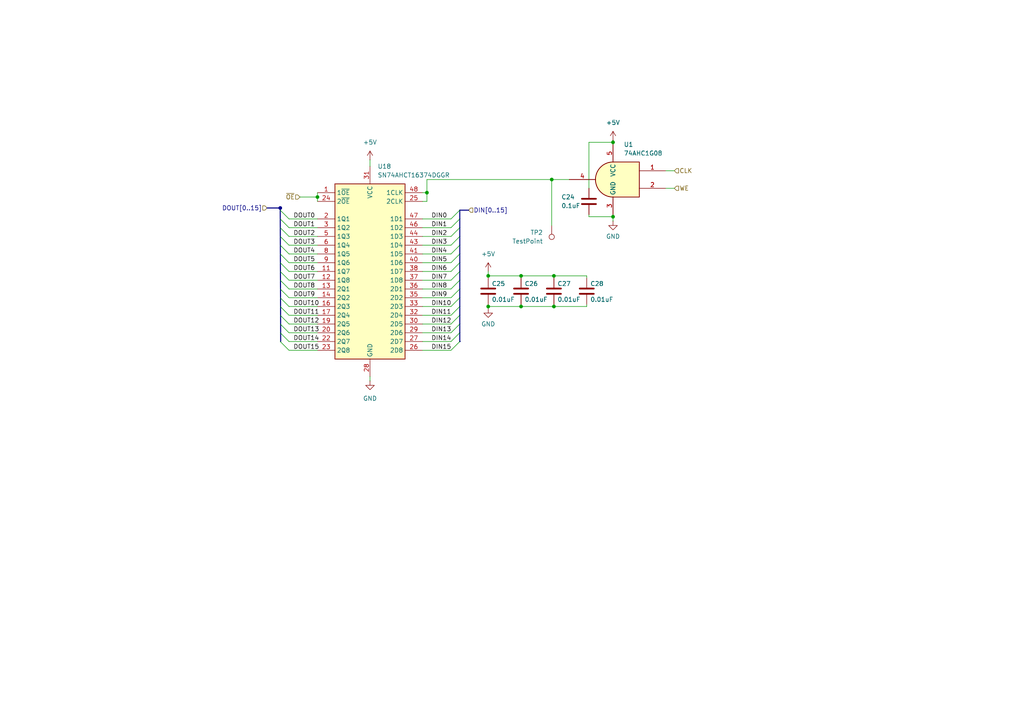
<source format=kicad_sch>
(kicad_sch (version 20250114) (generator "eeschema") (generator_version "9.0")
  (paper "A4")
  (title_block (title "16-bit Register") (rev "V1.1") (comment 1 "Designed to be used as a drop-in replacement to 4 74LS173 ICs used together"))
  (lib_symbols
    (symbol "74FCT16374CTPVG:74FCT16374CTPVG"
      (property "Reference" "IC" (at 17.018 7.366 0))
      (property "Value" "74FCT16374CTPVG" (at 17.018 4.826 0))
      (symbol "74FCT16374CTPVG_1_1"
        (rectangle (start 5.08 2.54) (end 25.4 -48.26) (stroke (width 0.254)) (fill (type background)))
        (pin passive line (at 0 0 0) (length 5.08) (name "1~{OE}") (number "1"))
        (pin passive line (at 0 -2.54 0) (length 5.08) (name "2~{OE}") (number "24"))
        (pin passive line (at 0 -7.62 0) (length 5.08) (name "1Q1") (number "2"))
        (pin passive line (at 0 -10.16 0) (length 5.08) (name "1Q2") (number "3"))
        (pin passive line (at 0 -12.7 0) (length 5.08) (name "1Q3") (number "5"))
        (pin passive line (at 0 -15.24 0) (length 5.08) (name "1Q4") (number "6"))
        (pin passive line (at 0 -17.78 0) (length 5.08) (name "1Q5") (number "8"))
        (pin passive line (at 0 -20.32 0) (length 5.08) (name "1Q6") (number "9"))
        (pin passive line (at 0 -22.86 0) (length 5.08) (name "1Q7") (number "11"))
        (pin passive line (at 0 -25.4 0) (length 5.08) (name "1Q8") (number "12"))
        (pin passive line (at 0 -27.94 0) (length 5.08) (name "2Q1") (number "13"))
        (pin passive line (at 0 -30.48 0) (length 5.08) (name "2Q2") (number "14"))
        (pin passive line (at 0 -33.02 0) (length 5.08) (name "2Q3") (number "16"))
        (pin passive line (at 0 -35.56 0) (length 5.08) (name "2Q4") (number "17"))
        (pin passive line (at 0 -38.1 0) (length 5.08) (name "2Q5") (number "19"))
        (pin passive line (at 0 -40.64 0) (length 5.08) (name "2Q6") (number "20"))
        (pin passive line (at 0 -43.18 0) (length 5.08) (name "2Q7") (number "22"))
        (pin passive line (at 0 -45.72 0) (length 5.08) (name "2Q8") (number "23"))
        (pin passive line (at 15.24 7.62 270) (length 5.08) (hide yes) (name "VCC_2") (number "18"))
        (pin passive line (at 15.24 7.62 270) (length 5.08) (name "VCC") (number "31"))
        (pin passive line (at 15.24 7.62 270) (length 5.08) (hide yes) (name "VCC_4") (number "42"))
        (pin passive line (at 15.24 7.62 270) (length 5.08) (hide yes) (name "VCC_1") (number "7"))
        (pin passive line (at 15.24 -53.34 90) (length 5.08) (hide yes) (name "GND_2") (number "10"))
        (pin passive line (at 15.24 -53.34 90) (length 5.08) (hide yes) (name "GND_3") (number "15"))
        (pin passive line (at 15.24 -53.34 90) (length 5.08) (hide yes) (name "GND_4") (number "21"))
        (pin passive line (at 15.24 -53.34 90) (length 5.08) (name "GND") (number "28"))
        (pin passive line (at 15.24 -53.34 90) (length 5.08) (hide yes) (name "GND_6") (number "34"))
        (pin passive line (at 15.24 -53.34 90) (length 5.08) (hide yes) (name "GND_7") (number "39"))
        (pin passive line (at 15.24 -53.34 90) (length 5.08) (hide yes) (name "GND_1") (number "4"))
        (pin passive line (at 15.24 -53.34 90) (length 5.08) (hide yes) (name "GND_8") (number "45"))
        (pin passive line (at 30.48 0 180) (length 5.08) (name "1CLK") (number "48"))
        (pin passive line (at 30.48 -2.54 180) (length 5.08) (name "2CLK") (number "25"))
        (pin passive line (at 30.48 -7.62 180) (length 5.08) (name "1D1") (number "47"))
        (pin passive line (at 30.48 -10.16 180) (length 5.08) (name "1D2") (number "46"))
        (pin passive line (at 30.48 -12.7 180) (length 5.08) (name "1D3") (number "44"))
        (pin passive line (at 30.48 -15.24 180) (length 5.08) (name "1D4") (number "43"))
        (pin passive line (at 30.48 -17.78 180) (length 5.08) (name "1D5") (number "41"))
        (pin passive line (at 30.48 -20.32 180) (length 5.08) (name "1D6") (number "40"))
        (pin passive line (at 30.48 -22.86 180) (length 5.08) (name "1D7") (number "38"))
        (pin passive line (at 30.48 -25.4 180) (length 5.08) (name "1D8") (number "37"))
        (pin passive line (at 30.48 -27.94 180) (length 5.08) (name "2D1") (number "36"))
        (pin passive line (at 30.48 -30.48 180) (length 5.08) (name "2D2") (number "35"))
        (pin passive line (at 30.48 -33.02 180) (length 5.08) (name "2D3") (number "33"))
        (pin passive line (at 30.48 -35.56 180) (length 5.08) (name "2D4") (number "32"))
        (pin passive line (at 30.48 -38.1 180) (length 5.08) (name "2D5") (number "30"))
        (pin passive line (at 30.48 -40.64 180) (length 5.08) (name "2D6") (number "29"))
        (pin passive line (at 30.48 -43.18 180) (length 5.08) (name "2D7") (number "27"))
        (pin passive line (at 30.48 -45.72 180) (length 5.08) (name "2D8") (number "26"))
      )
    )
    (symbol "74xGxx:74AHC1G08"
      (property "Reference" "U" (at -2.54 3.81 0))
      (property "Value" "74AHC1G08" (at 0 -3.81 0))
      (symbol "74AHC1G08_0_1"
        (arc (start 0 5.08) (mid 5.0579 0) (end 0 -5.08) (stroke (width 0.254)) (fill (type background)))
        (polyline (pts (xy 0 -5.08) (xy -7.62 -5.08) (xy -7.62 5.08) (xy 0 5.08)) (stroke (width 0.254)) (fill (type background)))
      )
      (symbol "74AHC1G08_1_1"
        (pin input line (at -15.24 2.54 0) (length 7.62) (name "~") (number "1"))
        (pin input line (at -15.24 -2.54 0) (length 7.62) (name "~") (number "2"))
        (pin power_in line (at 0 10.16 270) (length 5.08) (name "VCC") (number "5"))
        (pin power_in line (at 0 -10.16 90) (length 5.08) (name "GND") (number "3"))
        (pin output line (at 12.7 0 180) (length 7.62) (name "~") (number "4"))
      )
    )
    (symbol "Connector:TestPoint" (pin_numbers (hide yes)) (pin_names (offset 0.762) (hide yes))
      (property "Reference" "TP" (at 0 6.858 0))
      (property "Value" "TestPoint" (at 0 5.08 0))
      (symbol "TestPoint_0_1"
        (circle (center 0 3.302) (radius 0.762))
      )
      (symbol "TestPoint_1_1"
        (pin passive line (at 0 0 90) (length 2.54) (name "1") (number "1"))
      )
    )
    (symbol "Device:C" (pin_numbers (hide yes)) (pin_names (offset 0.254))
      (property "Reference" "C" (at 0.635 2.54 0))
      (property "Value" "C" (at 0.635 -2.54 0))
      (symbol "C_0_1"
        (polyline (pts (xy -2.032 0.762) (xy 2.032 0.762)) (stroke (width 0.508)))
        (polyline (pts (xy -2.032 -0.762) (xy 2.032 -0.762)) (stroke (width 0.508)))
      )
      (symbol "C_1_1"
        (pin passive line (at 0 3.81 270) (length 2.794) (name "~") (number "1"))
        (pin passive line (at 0 -3.81 90) (length 2.794) (name "~") (number "2"))
      )
    )
    (symbol "power:+5V" (power) (pin_numbers (hide yes)) (pin_names (offset 0) (hide yes))
      (property "Value" "+5V" (at 0 3.556 0))
      (symbol "+5V_0_1"
        (polyline (pts (xy -0.762 1.27) (xy 0 2.54)))
        (polyline (pts (xy 0 2.54) (xy 0.762 1.27)))
        (polyline (pts (xy 0 0) (xy 0 2.54)))
      )
      (symbol "+5V_1_1"
        (pin power_in line (at 0 0 90) (length 0) (name "~") (number "1"))
      )
    )
    (symbol "power:GND" (power) (pin_numbers (hide yes)) (pin_names (offset 0) (hide yes))
      (property "Value" "GND" (at 0 -3.81 0))
      (symbol "GND_0_1"
        (polyline (pts (xy 0 0) (xy 0 -1.27) (xy 1.27 -1.27) (xy 0 -2.54) (xy -1.27 -1.27) (xy 0 -1.27)))
      )
      (symbol "GND_1_1"
        (pin power_in line (at 0 0 270) (length 0) (name "~") (number "1"))
      )
    )
  )
  (junction (at 160.655 88.9))
  (junction (at 177.8 62.865))
  (junction (at 123.825 55.88))
  (junction (at 160.655 80.01))
  (junction (at 160.02 52.07))
  (junction (at 141.605 80.01))
  (junction (at 81.28 60.325))
  (junction (at 177.8 41.275))
  (junction (at 141.605 88.9))
  (junction (at 151.13 80.01))
  (junction (at 151.13 88.9))
  (junction (at 92.075 57.15))
  (bus_entry (at 133.35 99.06) (size -2.54 2.54))
  (bus_entry (at 81.28 76.2) (size 2.54 2.54))
  (bus_entry (at 133.35 68.58) (size -2.54 2.54))
  (bus_entry (at 81.28 73.66) (size 2.54 2.54))
  (bus_entry (at 81.28 60.96) (size 2.54 2.54))
  (bus_entry (at 133.35 71.12) (size -2.54 2.54))
  (bus_entry (at 81.28 96.52) (size 2.54 2.54))
  (bus_entry (at 81.28 63.5) (size 2.54 2.54))
  (bus_entry (at 133.35 73.66) (size -2.54 2.54))
  (bus_entry (at 133.35 91.44) (size -2.54 2.54))
  (bus_entry (at 81.28 88.9) (size 2.54 2.54))
  (bus_entry (at 81.28 91.44) (size 2.54 2.54))
  (bus_entry (at 133.35 96.52) (size -2.54 2.54))
  (bus_entry (at 81.28 68.58) (size 2.54 2.54))
  (bus_entry (at 133.35 81.28) (size -2.54 2.54))
  (bus_entry (at 81.28 71.12) (size 2.54 2.54))
  (bus_entry (at 133.35 78.74) (size -2.54 2.54))
  (bus_entry (at 133.35 66.04) (size -2.54 2.54))
  (bus_entry (at 133.35 86.36) (size -2.54 2.54))
  (bus_entry (at 81.28 78.74) (size 2.54 2.54))
  (bus_entry (at 81.28 81.28) (size 2.54 2.54))
  (bus_entry (at 133.35 63.5) (size -2.54 2.54))
  (bus_entry (at 133.35 60.96) (size -2.54 2.54))
  (bus_entry (at 133.35 93.98) (size -2.54 2.54))
  (bus_entry (at 133.35 83.82) (size -2.54 2.54))
  (bus_entry (at 133.35 76.2) (size -2.54 2.54))
  (bus_entry (at 133.35 88.9) (size -2.54 2.54))
  (bus_entry (at 81.28 93.98) (size 2.54 2.54))
  (bus_entry (at 81.28 99.06) (size 2.54 2.54))
  (bus_entry (at 81.28 66.04) (size 2.54 2.54))
  (bus_entry (at 81.28 83.82) (size 2.54 2.54))
  (bus_entry (at 81.28 86.36) (size 2.54 2.54))
  (wire (pts (xy 122.555 86.36) (xy 130.81 86.36)))
  (bus (pts (xy 81.28 60.325) (xy 81.407 99.06)))
  (wire (pts (xy 151.13 88.9) (xy 160.655 88.9)))
  (wire (pts (xy 122.555 96.52) (xy 130.81 96.52)))
  (wire (pts (xy 177.8 62.865) (xy 170.815 62.865)))
  (bus (pts (xy 133.35 83.82) (xy 133.35 86.36)))
  (bus (pts (xy 133.35 96.52) (xy 133.35 99.06)))
  (wire (pts (xy 195.58 49.53) (xy 193.04 49.53)))
  (wire (pts (xy 122.555 78.74) (xy 130.81 78.74)))
  (wire (pts (xy 141.605 88.265) (xy 141.605 88.9)))
  (wire (pts (xy 83.82 99.06) (xy 92.075 99.06)))
  (wire (pts (xy 160.655 88.9) (xy 170.18 88.9)))
  (wire (pts (xy 107.315 46.355) (xy 107.315 48.26)))
  (bus (pts (xy 133.35 78.74) (xy 133.35 81.28)))
  (bus (pts (xy 77.47 60.325) (xy 81.28 60.325)))
  (wire (pts (xy 160.655 80.01) (xy 170.18 80.01)))
  (wire (pts (xy 92.075 57.15) (xy 86.995 57.15)))
  (bus (pts (xy 133.35 91.44) (xy 133.35 93.98)))
  (wire (pts (xy 141.605 80.01) (xy 151.13 80.01)))
  (wire (pts (xy 160.02 52.07) (xy 160.02 65.405)))
  (bus (pts (xy 133.35 99.06) (xy 133.477 99.06)))
  (wire (pts (xy 92.075 57.15) (xy 92.075 58.42)))
  (wire (pts (xy 177.8 41.275) (xy 177.8 41.91)))
  (wire (pts (xy 83.82 93.98) (xy 92.075 93.98)))
  (wire (pts (xy 122.555 73.66) (xy 130.81 73.66)))
  (wire (pts (xy 83.82 71.12) (xy 92.075 71.12)))
  (bus (pts (xy 81.407 60.325) (xy 81.28 60.325)))
  (wire (pts (xy 83.82 63.5) (xy 92.075 63.5)))
  (wire (pts (xy 122.555 101.6) (xy 130.81 101.6)))
  (wire (pts (xy 177.8 40.64) (xy 177.8 41.275)))
  (wire (pts (xy 122.555 99.06) (xy 130.81 99.06)))
  (wire (pts (xy 141.605 78.74) (xy 141.605 80.01)))
  (wire (pts (xy 83.82 96.52) (xy 92.075 96.52)))
  (wire (pts (xy 151.13 80.01) (xy 151.13 80.645)))
  (wire (pts (xy 83.82 86.36) (xy 92.075 86.36)))
  (wire (pts (xy 160.02 52.07) (xy 123.825 52.07)))
  (wire (pts (xy 83.82 66.04) (xy 92.075 66.04)))
  (wire (pts (xy 122.555 68.58) (xy 130.81 68.58)))
  (wire (pts (xy 83.82 91.44) (xy 92.075 91.44)))
  (wire (pts (xy 83.82 81.28) (xy 92.075 81.28)))
  (wire (pts (xy 160.655 80.01) (xy 160.655 80.645)))
  (wire (pts (xy 123.825 55.88) (xy 122.555 55.88)))
  (wire (pts (xy 122.555 63.5) (xy 130.81 63.5)))
  (wire (pts (xy 122.555 91.44) (xy 130.81 91.44)))
  (wire (pts (xy 122.555 71.12) (xy 130.81 71.12)))
  (wire (pts (xy 122.555 88.9) (xy 130.81 88.9)))
  (bus (pts (xy 133.35 88.9) (xy 133.35 91.44)))
  (wire (pts (xy 141.605 88.9) (xy 141.605 89.535)))
  (wire (pts (xy 122.555 93.98) (xy 130.81 93.98)))
  (bus (pts (xy 133.35 86.36) (xy 133.35 88.9)))
  (wire (pts (xy 151.13 80.01) (xy 160.655 80.01)))
  (bus (pts (xy 133.35 71.12) (xy 133.35 73.66)))
  (wire (pts (xy 83.82 83.82) (xy 92.075 83.82)))
  (wire (pts (xy 107.315 109.22) (xy 107.315 110.49)))
  (bus (pts (xy 135.89 60.96) (xy 133.35 60.96)))
  (bus (pts (xy 133.35 60.96) (xy 133.35 63.5)))
  (wire (pts (xy 165.1 52.07) (xy 160.02 52.07)))
  (wire (pts (xy 83.82 76.2) (xy 92.075 76.2)))
  (bus (pts (xy 133.35 93.98) (xy 133.35 96.52)))
  (wire (pts (xy 83.82 68.58) (xy 92.075 68.58)))
  (wire (pts (xy 195.58 54.61) (xy 193.04 54.61)))
  (wire (pts (xy 83.82 78.74) (xy 92.075 78.74)))
  (wire (pts (xy 170.815 41.275) (xy 170.815 54.61)))
  (wire (pts (xy 122.555 81.28) (xy 130.81 81.28)))
  (wire (pts (xy 92.075 55.88) (xy 92.075 57.15)))
  (wire (pts (xy 83.82 88.9) (xy 92.075 88.9)))
  (wire (pts (xy 177.8 41.275) (xy 170.815 41.275)))
  (wire (pts (xy 170.815 62.865) (xy 170.815 62.23)))
  (wire (pts (xy 83.82 73.66) (xy 92.075 73.66)))
  (bus (pts (xy 133.35 81.28) (xy 133.35 83.82)))
  (wire (pts (xy 160.655 88.9) (xy 160.655 88.265)))
  (wire (pts (xy 170.18 88.9) (xy 170.18 88.265)))
  (bus (pts (xy 133.35 68.58) (xy 133.35 71.12)))
  (wire (pts (xy 141.605 80.01) (xy 141.605 80.645)))
  (wire (pts (xy 151.13 88.9) (xy 151.13 88.265)))
  (bus (pts (xy 133.35 73.66) (xy 133.35 76.2)))
  (bus (pts (xy 133.35 63.5) (xy 133.35 66.04)))
  (wire (pts (xy 83.82 101.6) (xy 92.075 101.6)))
  (wire (pts (xy 141.605 88.9) (xy 151.13 88.9)))
  (wire (pts (xy 177.8 62.865) (xy 177.8 64.135)))
  (bus (pts (xy 133.35 66.04) (xy 133.35 68.58)))
  (wire (pts (xy 122.555 66.04) (xy 130.81 66.04)))
  (wire (pts (xy 122.555 83.82) (xy 130.81 83.82)))
  (wire (pts (xy 122.555 76.2) (xy 130.81 76.2)))
  (wire (pts (xy 177.8 62.23) (xy 177.8 62.865)))
  (wire (pts (xy 123.825 52.07) (xy 123.825 55.88)))
  (wire (pts (xy 122.555 58.42) (xy 123.825 58.42)))
  (wire (pts (xy 123.825 55.88) (xy 123.825 58.42)))
  (wire (pts (xy 170.18 80.01) (xy 170.18 80.645)))
  (bus (pts (xy 133.35 76.2) (xy 133.35 78.74)))
  (label "DOUT6" (at 85.09 78.74 0))
  (label "DIN9" (at 125.095 86.36 0))
  (label "DIN14" (at 125.095 99.06 0))
  (label "DIN5" (at 125.095 76.2 0))
  (label "DOUT15" (at 85.09 101.6 0))
  (label "DIN15" (at 125.095 101.6 0))
  (label "DIN1" (at 125.095 66.04 0))
  (label "DOUT11" (at 85.09 91.44 0))
  (label "DOUT9" (at 85.09 86.36 0))
  (label "DIN2" (at 125.095 68.58 0))
  (label "DOUT14" (at 85.09 99.06 0))
  (label "DOUT12" (at 85.09 93.98 0))
  (label "DIN7" (at 125.095 81.28 0))
  (label "DIN13" (at 125.095 96.52 0))
  (label "DOUT3" (at 85.09 71.12 0))
  (label "DOUT10" (at 85.09 88.9 0))
  (label "DIN6" (at 125.095 78.74 0))
  (label "DOUT4" (at 85.09 73.66 0))
  (label "DIN0" (at 125.095 63.5 0))
  (label "DIN8" (at 125.095 83.82 0))
  (label "DIN3" (at 125.095 71.12 0))
  (label "DOUT5" (at 85.09 76.2 0))
  (label "DOUT2" (at 85.09 68.58 0))
  (label "DOUT13" (at 85.09 96.52 0))
  (label "DIN12" (at 125.095 93.98 0))
  (label "DOUT7" (at 85.09 81.28 0))
  (label "DIN4" (at 125.095 73.66 0))
  (label "DOUT0" (at 85.09 63.5 0))
  (label "DOUT8" (at 85.09 83.82 0))
  (label "DIN11" (at 125.095 91.44 0))
  (label "DOUT1" (at 85.09 66.04 0))
  (label "DIN10" (at 125.095 88.9 0))
  (hierarchical_label "~{OE}" (shape input) (at 86.995 57.15 180))
  (hierarchical_label "DIN[0..15]" (shape input) (at 135.89 60.96 0))
  (hierarchical_label "CLK" (shape input) (at 195.58 49.53 0))
  (hierarchical_label "WE" (shape input) (at 195.58 54.61 0))
  (hierarchical_label "DOUT[0..15]" (shape input) (at 77.47 60.325 180))
  (symbol (lib_id "power:GND") (at 141.605 89.535 0) (unit 1)
    (property "Reference" "#PWR011" (effects (hide yes)))
    (property "Value" "GND" (at 141.605 93.98 0))
    (property "Description" "Power symbol creates a global label with name \"GND\" , ground" (effects (hide yes)))
    (instances (project "ALU" (path "" (reference "#PWR039") (unit 1)) (path "" (reference "#PWR011") (unit 1))))
  )
  (symbol (lib_id "power:GND") (at 107.315 110.49 0) (unit 1)
    (property "Reference" "#PWR040" (effects (hide yes)))
    (property "Value" "GND" (at 107.315 115.57 0))
    (property "Description" "Power symbol creates a global label with name \"GND\" , ground" (effects (hide yes)))
    (instances (project "" (path "" (reference "#PWR041") (unit 1)) (path "" (reference "#PWR040") (unit 1))) (project "" (path "" (reference "#PWR041") (unit 1))))
  )
  (symbol (lib_id "Device:C") (at 160.655 84.455 0) (unit 1)
    (property "Reference" "C4" (at 161.671 82.296 0) (effects (justify left)))
    (property "Value" "0.01uF" (at 161.671 86.868 0) (effects (justify left)))
    (property "Footprint" "Capacitor_SMD:C_0603_1608Metric" (effects (hide yes)))
    (property "Description" "Unpolarized capacitor" (effects (hide yes)))
    (instances (project "ALU" (path "" (reference "C27") (unit 1)) (path "" (reference "C4") (unit 1))))
  )
  (symbol (lib_id "Device:C") (at 141.605 84.455 0) (unit 1)
    (property "Reference" "C2" (at 142.621 82.296 0) (effects (justify left)))
    (property "Value" "0.01uF" (at 142.621 86.868 0) (effects (justify left)))
    (property "Footprint" "Capacitor_SMD:C_0603_1608Metric" (effects (hide yes)))
    (property "Description" "Unpolarized capacitor" (effects (hide yes)))
    (instances (project "ALU" (path "" (reference "C25") (unit 1)) (path "" (reference "C2") (unit 1))))
  )
  (symbol (lib_id "74FCT16374CTPVG:74FCT16374CTPVG") (at 92.075 55.88 0) (unit 1)
    (property "Reference" "U2" (at 109.5091 48.26 0) (effects (justify left)))
    (property "Value" "SN74AHCT16374DGGR" (at 109.5091 50.8 0) (effects (justify left)))
    (property "Footprint" "Package_SO:TSSOP-48_6.1x12.5mm_P0.5mm" (effects (hide yes)))
    (property "Datasheet" "https://componentsearchengine.com/Datasheets/1/74FCT16374CTPVG.pdf" (effects (hide yes)))
    (property "Description" "The 74FCT16374T 16-bit high-speed, low-power edge-triggered D-type register is ideal for use as buffer registers for data synchronization and storage and can operate as two 8-bit registers or one 16-bit register with common clock. The 74FCT16374T is ideally suited for driving high-capacitance loads and low-impedance backplanes. The 74FCT16374T operates at -40C to +85C" (effects (hide yes)))
    (property "Height" "2.794" (effects (hide yes)))
    (property "Mouser Part Number" "972-74FCT16374CTPVG" (effects (hide yes)))
    (property "Mouser Price/Stock" "https://www.mouser.com/Search/Refine.aspx?Keyword=972-74FCT16374CTPVG" (effects (hide yes)))
    (property "Manufacturer_Name" "Renesas Electronics" (effects (hide yes)))
    (property "Manufacturer_Part_Number" "74FCT16374CTPVG" (effects (hide yes)))
    (instances (project "" (path "" (reference "U18") (unit 1)) (path "" (reference "U2") (unit 1))) (project "" (path "" (reference "U18") (unit 1))))
  )
  (symbol (lib_id "Device:C") (at 170.815 58.42 0) (mirror y) (unit 1)
    (property "Reference" "C1" (at 162.814 57.15 0) (effects (justify right)))
    (property "Value" "0.1uF" (at 162.814 59.69 0) (effects (justify right)))
    (property "Footprint" "Capacitor_SMD:C_0603_1608Metric" (effects (hide yes)))
    (property "Description" "Unpolarized capacitor" (effects (hide yes)))
    (instances (project "ALU" (path "" (reference "C24") (unit 1)) (path "" (reference "C1") (unit 1))))
  )
  (symbol (lib_id "Device:C") (at 170.18 84.455 0) (unit 1)
    (property "Reference" "C5" (at 171.196 82.296 0) (effects (justify left)))
    (property "Value" "0.01uF" (at 171.196 86.868 0) (effects (justify left)))
    (property "Footprint" "Capacitor_SMD:C_0603_1608Metric" (effects (hide yes)))
    (property "Description" "Unpolarized capacitor" (effects (hide yes)))
    (instances (project "ALU" (path "" (reference "C28") (unit 1)) (path "" (reference "C5") (unit 1))))
  )
  (symbol (lib_id "Connector:TestPoint") (at 160.02 65.405 0) (mirror x) (unit 1)
    (property "Reference" "TP1" (at 157.48 67.4369 0) (effects (justify right)))
    (property "Value" "TestPoint" (at 157.48 69.9769 0) (effects (justify right)))
    (property "Footprint" "TestPoint:TestPoint_Pad_D1.0mm" (effects (hide yes)))
    (property "Description" "test point" (effects (hide yes)))
    (instances (project "ALU" (path "" (reference "TP2") (unit 1)) (path "" (reference "TP1") (unit 1))))
  )
  (symbol (lib_id "power:+5V") (at 107.315 46.355 0) (unit 1)
    (property "Reference" "#PWR036" (effects (hide yes)))
    (property "Value" "+5V" (at 107.315 41.275 0))
    (property "Description" "Power symbol creates a global label with name \"+5V\"" (effects (hide yes)))
    (instances (project "ALU" (path "" (reference "#PWR037") (unit 1)) (path "" (reference "#PWR036") (unit 1))))
  )
  (symbol (lib_id "Device:C") (at 151.13 84.455 0) (unit 1)
    (property "Reference" "C3" (at 152.146 82.296 0) (effects (justify left)))
    (property "Value" "0.01uF" (at 152.146 86.868 0) (effects (justify left)))
    (property "Footprint" "Capacitor_SMD:C_0603_1608Metric" (effects (hide yes)))
    (property "Description" "Unpolarized capacitor" (effects (hide yes)))
    (instances (project "ALU" (path "" (reference "C26") (unit 1)) (path "" (reference "C3") (unit 1))))
  )
  (symbol (lib_id "power:+5V") (at 177.8 40.64 0) (mirror y) (unit 1)
    (property "Reference" "#PWR06" (effects (hide yes)))
    (property "Value" "+5V" (at 177.8 35.56 0))
    (property "Description" "Power symbol creates a global label with name \"+5V\"" (effects (hide yes)))
    (instances (project "ALU" (path "" (reference "#PWR0106") (unit 1)) (path "" (reference "#PWR06") (unit 1))))
  )
  (symbol (lib_id "power:GND") (at 177.8 64.135 0) (mirror y) (unit 1)
    (property "Reference" "#PWR07" (effects (hide yes)))
    (property "Value" "GND" (at 177.8 68.58 0))
    (property "Description" "Power symbol creates a global label with name \"GND\" , ground" (effects (hide yes)))
    (instances (project "ALU" (path "" (reference "#PWR0107") (unit 1)) (path "" (reference "#PWR07") (unit 1))))
  )
  (symbol (lib_id "74xGxx:74AHC1G08") (at 177.8 52.07 0) (mirror y) (unit 1)
    (property "Reference" "U17" (at 180.9181 41.91 0) (effects (justify right)))
    (property "Value" "74AHC1G08" (at 180.9181 44.45 0) (effects (justify right)))
    (property "Footprint" "Package_TO_SOT_SMD:SOT-23-5" (effects (hide yes)))
    (property "Datasheet" "http://www.ti.com/lit/sg/scyt129e/scyt129e.pdf" (effects (hide yes)))
    (property "Description" "Single AND Gate, Low-Voltage CMOS" (effects (hide yes)))
    (instances (project "ALU" (path "" (reference "U1") (unit 1)) (path "" (reference "U17") (unit 1))))
  )
  (symbol (lib_id "power:+5V") (at 141.605 78.74 0) (unit 1)
    (property "Reference" "#PWR010" (effects (hide yes)))
    (property "Value" "+5V" (at 141.605 73.66 0))
    (property "Description" "Power symbol creates a global label with name \"+5V\"" (effects (hide yes)))
    (instances (project "ALU" (path "" (reference "#PWR038") (unit 1)) (path "" (reference "#PWR010") (unit 1))))
  )
)
</source>
